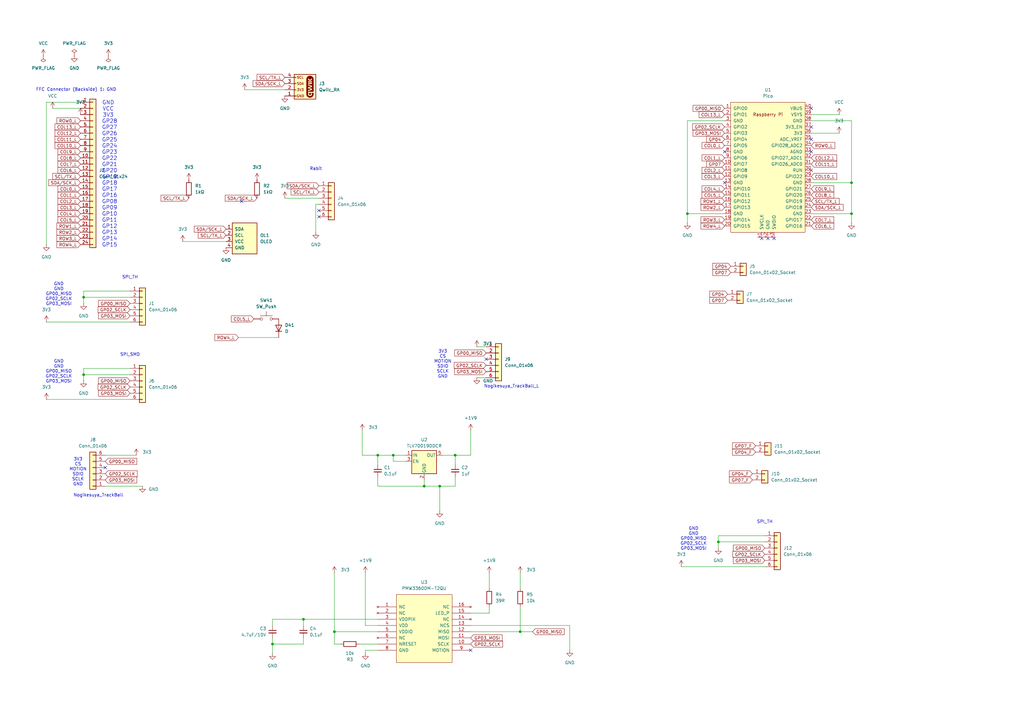
<source format=kicad_sch>
(kicad_sch (version 20250114) (generator "eeschema") (generator_version "9.0")
  (paper "A3")
  (lib_symbols
    (symbol "BrownSugar_KBD:OLED" (pin_names (offset 1.016))
      (property "Reference" "OL" (at 0 7.62 0))
      (property "Value" "OLED" (at 0 -7.62 0))
      (symbol "OLED_1_1"
        (pin bidirectional line (at -7.62 3.81 0) (length 2.54) (name "SDA") (number "1"))
        (pin bidirectional line (at -7.62 1.27 0) (length 2.54) (name "SCL") (number "2"))
        (pin power_in line (at -7.62 -1.27 0) (length 2.54) (name "VCC") (number "3"))
        (pin power_in line (at -7.62 -3.81 0) (length 2.54) (name "GND") (number "4"))
      )
    )
    (symbol "Connector_Generic:Conn_01x02" (pin_names (offset 1.016) (hide yes))
      (property "Reference" "J" (at 0 2.54 0))
      (property "Value" "Conn_01x02" (at 0 -5.08 0))
      (symbol "Conn_01x02_1_1"
        (pin passive line (at -5.08 0 0) (length 3.81) (name "Pin_1") (number "1"))
        (pin passive line (at -5.08 -2.54 0) (length 3.81) (name "Pin_2") (number "2"))
      )
    )
    (symbol "Connector_Generic:Conn_01x06" (pin_names (offset 1.016) (hide yes))
      (property "Reference" "J" (at 0 7.62 0))
      (property "Value" "Conn_01x06" (at 0 -10.16 0))
      (symbol "Conn_01x06_1_1"
        (pin passive line (at -5.08 5.08 0) (length 3.81) (name "Pin_1") (number "1"))
        (pin passive line (at -5.08 2.54 0) (length 3.81) (name "Pin_2") (number "2"))
        (pin passive line (at -5.08 0 0) (length 3.81) (name "Pin_3") (number "3"))
        (pin passive line (at -5.08 -2.54 0) (length 3.81) (name "Pin_4") (number "4"))
        (pin passive line (at -5.08 -5.08 0) (length 3.81) (name "Pin_5") (number "5"))
        (pin passive line (at -5.08 -7.62 0) (length 3.81) (name "Pin_6") (number "6"))
      )
    )
    (symbol "Connector_Generic:Conn_01x24" (pin_names (offset 1.016) (hide yes))
      (property "Reference" "J" (at 0 30.48 0))
      (property "Value" "Conn_01x24" (at 0 -33.02 0))
      (symbol "Conn_01x24_1_1"
        (pin passive line (at -5.08 27.94 0) (length 3.81) (name "Pin_1") (number "1"))
        (pin passive line (at -5.08 25.4 0) (length 3.81) (name "Pin_2") (number "2"))
        (pin passive line (at -5.08 22.86 0) (length 3.81) (name "Pin_3") (number "3"))
        (pin passive line (at -5.08 20.32 0) (length 3.81) (name "Pin_4") (number "4"))
        (pin passive line (at -5.08 17.78 0) (length 3.81) (name "Pin_5") (number "5"))
        (pin passive line (at -5.08 15.24 0) (length 3.81) (name "Pin_6") (number "6"))
        (pin passive line (at -5.08 12.7 0) (length 3.81) (name "Pin_7") (number "7"))
        (pin passive line (at -5.08 10.16 0) (length 3.81) (name "Pin_8") (number "8"))
        (pin passive line (at -5.08 7.62 0) (length 3.81) (name "Pin_9") (number "9"))
        (pin passive line (at -5.08 5.08 0) (length 3.81) (name "Pin_10") (number "10"))
        (pin passive line (at -5.08 2.54 0) (length 3.81) (name "Pin_11") (number "11"))
        (pin passive line (at -5.08 0 0) (length 3.81) (name "Pin_12") (number "12"))
        (pin passive line (at -5.08 -2.54 0) (length 3.81) (name "Pin_13") (number "13"))
        (pin passive line (at -5.08 -5.08 0) (length 3.81) (name "Pin_14") (number "14"))
        (pin passive line (at -5.08 -7.62 0) (length 3.81) (name "Pin_15") (number "15"))
        (pin passive line (at -5.08 -10.16 0) (length 3.81) (name "Pin_16") (number "16"))
        (pin passive line (at -5.08 -12.7 0) (length 3.81) (name "Pin_17") (number "17"))
        (pin passive line (at -5.08 -15.24 0) (length 3.81) (name "Pin_18") (number "18"))
        (pin passive line (at -5.08 -17.78 0) (length 3.81) (name "Pin_19") (number "19"))
        (pin passive line (at -5.08 -20.32 0) (length 3.81) (name "Pin_20") (number "20"))
        (pin passive line (at -5.08 -22.86 0) (length 3.81) (name "Pin_21") (number "21"))
        (pin passive line (at -5.08 -25.4 0) (length 3.81) (name "Pin_22") (number "22"))
        (pin passive line (at -5.08 -27.94 0) (length 3.81) (name "Pin_23") (number "23"))
        (pin passive line (at -5.08 -30.48 0) (length 3.81) (name "Pin_24") (number "24"))
      )
    )
    (symbol "Device:C_Small" (pin_numbers (hide yes)) (pin_names (offset 0.254) (hide yes))
      (property "Reference" "C" (at 0.254 1.778 0))
      (property "Value" "C_Small" (at 0.254 -2.032 0))
      (symbol "C_Small_1_1"
        (pin passive line (at 0 2.54 270) (length 2.032) (name "~") (number "1"))
        (pin passive line (at 0 -2.54 90) (length 2.032) (name "~") (number "2"))
      )
    )
    (symbol "Device:D" (pin_numbers (hide yes)) (pin_names (offset 1.016) (hide yes))
      (property "Reference" "D" (at 0 2.54 0))
      (property "Value" "D" (at 0 -2.54 0))
      (symbol "D_1_1"
        (pin passive line (at -3.81 0 0) (length 2.54) (name "K") (number "1"))
        (pin passive line (at 3.81 0 180) (length 2.54) (name "A") (number "2"))
      )
    )
    (symbol "Device:R" (pin_numbers (hide yes)) (pin_names (offset 0))
      (property "Reference" "R" (at 2.032 0 90))
      (property "Value" "R" (at 0 0 90))
      (symbol "R_1_1"
        (pin passive line (at 0 3.81 270) (length 1.27) (name "~") (number "1"))
        (pin passive line (at 0 -3.81 90) (length 1.27) (name "~") (number "2"))
      )
    )
    (symbol "RPi_Pico:Pico" (pin_names (offset 1.016))
      (property "Reference" "U" (at -13.97 27.94 0))
      (property "Value" "Pico" (at 0 19.05 0))
      (symbol "Pico_0_0"
        (text "Raspberry Pi" (at 0 21.59 0) (effects (font (size 1.27 1.27))))
      )
      (symbol "Pico_1_1"
        (pin bidirectional line (at -17.78 24.13 0) (length 2.54) (name "GPIO0") (number "1"))
        (pin bidirectional line (at -17.78 21.59 0) (length 2.54) (name "GPIO1") (number "2"))
        (pin power_in line (at -17.78 19.05 0) (length 2.54) (name "GND") (number "3"))
        (pin bidirectional line (at -17.78 16.51 0) (length 2.54) (name "GPIO2") (number "4"))
        (pin bidirectional line (at -17.78 13.97 0) (length 2.54) (name "GPIO3") (number "5"))
        (pin bidirectional line (at -17.78 11.43 0) (length 2.54) (name "GPIO4") (number "6"))
        (pin bidirectional line (at -17.78 8.89 0) (length 2.54) (name "GPIO5") (number "7"))
        (pin power_in line (at -17.78 6.35 0) (length 2.54) (name "GND") (number "8"))
        (pin bidirectional line (at -17.78 3.81 0) (length 2.54) (name "GPIO6") (number "9"))
        (pin bidirectional line (at -17.78 1.27 0) (length 2.54) (name "GPIO7") (number "10"))
        (pin bidirectional line (at -17.78 -1.27 0) (length 2.54) (name "GPIO8") (number "11"))
        (pin bidirectional line (at -17.78 -3.81 0) (length 2.54) (name "GPIO9") (number "12"))
        (pin power_in line (at -17.78 -6.35 0) (length 2.54) (name "GND") (number "13"))
        (pin bidirectional line (at -17.78 -8.89 0) (length 2.54) (name "GPIO10") (number "14"))
        (pin bidirectional line (at -17.78 -11.43 0) (length 2.54) (name "GPIO11") (number "15"))
        (pin bidirectional line (at -17.78 -13.97 0) (length 2.54) (name "GPIO12") (number "16"))
        (pin bidirectional line (at -17.78 -16.51 0) (length 2.54) (name "GPIO13") (number "17"))
        (pin power_in line (at -17.78 -19.05 0) (length 2.54) (name "GND") (number "18"))
        (pin bidirectional line (at -17.78 -21.59 0) (length 2.54) (name "GPIO14") (number "19"))
        (pin bidirectional line (at -17.78 -24.13 0) (length 2.54) (name "GPIO15") (number "20"))
        (pin input line (at -2.54 -29.21 90) (length 2.54) (name "SWCLK") (number "41"))
        (pin power_in line (at 0 -29.21 90) (length 2.54) (name "GND") (number "42"))
        (pin bidirectional line (at 2.54 -29.21 90) (length 2.54) (name "SWDIO") (number "43"))
        (pin unspecified line (at 17.78 24.13 180) (length 2.54) (name "VBUS") (number "40"))
        (pin unspecified line (at 17.78 21.59 180) (length 2.54) (name "VSYS") (number "39"))
        (pin bidirectional line (at 17.78 19.05 180) (length 2.54) (name "GND") (number "38"))
        (pin input line (at 17.78 16.51 180) (length 2.54) (name "3V3_EN") (number "37"))
        (pin unspecified line (at 17.78 13.97 180) (length 2.54) (name "3V3") (number "36"))
        (pin unspecified line (at 17.78 11.43 180) (length 2.54) (name "ADC_VREF") (number "35"))
        (pin bidirectional line (at 17.78 8.89 180) (length 2.54) (name "GPIO28_ADC2") (number "34"))
        (pin power_in line (at 17.78 6.35 180) (length 2.54) (name "AGND") (number "33"))
        (pin bidirectional line (at 17.78 3.81 180) (length 2.54) (name "GPIO27_ADC1") (number "32"))
        (pin bidirectional line (at 17.78 1.27 180) (length 2.54) (name "GPIO26_ADC0") (number "31"))
        (pin input line (at 17.78 -1.27 180) (length 2.54) (name "RUN") (number "30"))
        (pin bidirectional line (at 17.78 -3.81 180) (length 2.54) (name "GPIO22") (number "29"))
        (pin power_in line (at 17.78 -6.35 180) (length 2.54) (name "GND") (number "28"))
        (pin bidirectional line (at 17.78 -8.89 180) (length 2.54) (name "GPIO21") (number "27"))
        (pin bidirectional line (at 17.78 -11.43 180) (length 2.54) (name "GPIO20") (number "26"))
        (pin bidirectional line (at 17.78 -13.97 180) (length 2.54) (name "GPIO19") (number "25"))
        (pin bidirectional line (at 17.78 -16.51 180) (length 2.54) (name "GPIO18") (number "24"))
        (pin power_in line (at 17.78 -19.05 180) (length 2.54) (name "GND") (number "23"))
        (pin bidirectional line (at 17.78 -21.59 180) (length 2.54) (name "GPIO17") (number "22"))
        (pin bidirectional line (at 17.78 -24.13 180) (length 2.54) (name "GPIO16") (number "21"))
      )
    )
    (symbol "Regulator_Linear:TLV70019_SOT23-5" (pin_names (offset 0.254))
      (property "Reference" "U" (at -3.81 5.715 0))
      (property "Value" "TLV70019_SOT23-5" (at 0 5.715 0))
      (symbol "TLV70019_SOT23-5_1_1"
        (pin power_in line (at -7.62 2.54 0) (length 2.54) (name "IN") (number "1"))
        (pin input line (at -7.62 0 0) (length 2.54) (name "EN") (number "3"))
        (pin power_in line (at 0 -7.62 90) (length 2.54) (name "GND") (number "2"))
        (pin no_connect line (at 5.08 0 180) (length 2.54) (hide yes) (name "NC") (number "4"))
        (pin power_out line (at 7.62 2.54 180) (length 2.54) (name "OUT") (number "5"))
      )
    )
    (symbol "SparkFun-Connector:Qwiic_Right_Angle" (pin_names (offset 1.016) (hide yes))
      (property "Reference" "J" (at 0 5.08 0))
      (property "Value" "Qwiic_RA" (at 0 -7.62 0))
      (symbol "Qwiic_Right_Angle_1_1"
        (text "SCL" (at 1.27 2.54 0) (effects (font (size 1 1))))
        (text "SDA" (at 1.27 0 0) (effects (font (size 1 1))))
        (text "3V3" (at 1.27 -2.54 0) (effects (font (size 1 1))))
        (text "GND" (at 1.27 -5.08 0) (effects (font (size 1 1))))
        (pin passive line (at -5.08 2.54 0) (length 3.81) (name "Pin_4") (number "4"))
        (pin passive line (at -5.08 0 0) (length 3.81) (name "Pin_3") (number "3"))
        (pin passive line (at -5.08 -2.54 0) (length 3.81) (name "Pin_2") (number "2"))
        (pin passive line (at -5.08 -5.08 0) (length 3.81) (name "Pin_1") (number "1"))
        (pin no_connect line (at 5.08 3.81 270) (length 2.54) (hide yes) (name "NC") (number "NC1"))
        (pin no_connect line (at 6.35 3.81 270) (length 2.54) (hide yes) (name "NC") (number "NC2"))
      )
    )
    (symbol "Switch:SW_Push" (pin_numbers (hide yes)) (pin_names (offset 1.016) (hide yes))
      (property "Reference" "SW" (at 1.27 2.54 0))
      (property "Value" "SW_Push" (at 0 -1.524 0))
      (symbol "SW_Push_0_1"
        (pin passive line (at -5.08 0 0) (length 2.54) (name "1") (number "1"))
        (pin passive line (at 5.08 0 180) (length 2.54) (name "2") (number "2"))
      )
    )
    (symbol "power:+1V8" (power) (pin_numbers (hide yes)) (pin_names (offset 0) (hide yes))
      (property "Value" "+1V8" (at 0 3.556 0))
      (symbol "+1V8_1_1"
        (pin power_in line (at 0 0 90) (length 0) (name "~") (number "1"))
      )
    )
    (symbol "power:+3.3V" (power) (pin_numbers (hide yes)) (pin_names (offset 0) (hide yes))
      (property "Value" "+3.3V" (at 0 3.556 0))
      (symbol "+3.3V_1_1"
        (pin power_in line (at 0 0 90) (length 0) (name "~") (number "1"))
      )
    )
    (symbol "power:GND" (power) (pin_numbers (hide yes)) (pin_names (offset 0) (hide yes))
      (property "Value" "GND" (at 0 -3.81 0))
      (symbol "GND_1_1"
        (pin power_in line (at 0 0 270) (length 0) (name "~") (number "1"))
      )
    )
    (symbol "power:PWR_FLAG" (power) (pin_numbers (hide yes)) (pin_names (offset 0) (hide yes))
      (property "Value" "PWR_FLAG" (at 0 3.81 0))
      (symbol "PWR_FLAG_0_0"
        (pin power_out line (at 0 0 90) (length 0) (name "~") (number "1"))
      )
    )
    (symbol "power:VCC" (power) (pin_numbers (hide yes)) (pin_names (offset 0) (hide yes))
      (property "Value" "VCC" (at 0 3.556 0))
      (symbol "VCC_1_1"
        (pin power_in line (at 0 0 90) (length 0) (name "~") (number "1"))
      )
    )
    (symbol "sumi-symbols:PMW3360DM-T2QU" (pin_names (offset 1.016))
      (property "Reference" "U" (at -10.668 15.24 0))
      (property "Value" "PMW3360DM-T2QU" (at 0 -16.764 0))
      (symbol "PMW3360DM-T2QU_1_1"
        (pin no_connect line (at -19.05 8.89 0) (length 7.62) (name "NC") (number "1"))
        (pin no_connect line (at -19.05 6.35 0) (length 7.62) (name "NC") (number "2"))
        (pin power_out line (at -19.05 3.81 0) (length 7.62) (name "VDDPIX") (number "3"))
        (pin power_in line (at -19.05 1.27 0) (length 7.62) (name "VDD") (number "4"))
        (pin power_in line (at -19.05 -1.27 0) (length 7.62) (name "VDDIO") (number "5"))
        (pin no_connect line (at -19.05 -3.81 0) (length 7.62) (name "NC") (number "6"))
        (pin input line (at -19.05 -6.35 0) (length 7.62) (name "NRESET") (number "7"))
        (pin input line (at -19.05 -8.89 0) (length 7.62) (name "GND") (number "8"))
        (pin no_connect line (at 19.05 8.89 180) (length 7.62) (name "NC") (number "16"))
        (pin input line (at 19.05 6.35 180) (length 7.62) (name "LED_P") (number "15"))
        (pin no_connect line (at 19.05 3.81 180) (length 7.62) (name "NC") (number "14"))
        (pin input line (at 19.05 1.27 180) (length 7.62) (name "NCS") (number "13"))
        (pin output line (at 19.05 -1.27 180) (length 7.62) (name "MISO") (number "12"))
        (pin input line (at 19.05 -3.81 180) (length 7.62) (name "MOSI") (number "11"))
        (pin input line (at 19.05 -6.35 180) (length 7.62) (name "SCLK") (number "10"))
        (pin output line (at 19.05 -8.89 180) (length 7.62) (name "MOTION") (number "9"))
      )
    )
  )
  (text "SPI_TH" (at 313.69 214.122 0) (effects (font (size 1.27 1.27))))
  (text "SPI_SMD" (at 53.34 145.542 0) (effects (font (size 1.27 1.27))))
  (text "GND\nGND\nGP00_MISO\nGP02_SCLK\nGP03_MOSI" (at 24.13 120.65 0) (effects (font (size 1.27 1.27))))
  (text "Rabit" (at 129.54 69.342 0) (effects (font (size 1.27 1.27))))
  (text "SPI_TH" (at 53.34 113.792 0) (effects (font (size 1.27 1.27))))
  (text "Nogikesuya_TrackBall_L" (at 209.804 158.496 0) (effects (font (size 1.27 1.27))))
  (text "Nogikesuya_TrackBall\n" (at 40.386 203.2 0) (effects (font (size 1.27 1.27))))
  (text "3V3\nCS\nMOTION\nSDIO\nSCLK\nGND" (at 32.004 193.548 0) (effects (font (size 1.27 1.27))))
  (text "FFC Connector (Backside) １: GND" (at 31.242 36.83 0) (effects (font (size 1.27 1.27))))
  (text "3V3\nCS\nMOTION\nSDIO\nSCLK\nGND" (at 181.61 149.352 0) (effects (font (size 1.27 1.27))))
  (text "GND\nGND\nGP00_MISO\nGP02_SCLK\nGP03_MOSI" (at 24.13 152.4 0) (effects (font (size 1.27 1.27))))
  (text "GND                                                                                 \nVCC                                                                                 \n3V3                                                                                 \nGP28                                                                                \nGP27                                                                                \nGP26                                                                                \nGP25                                                                                \nGP24                                                                                \nGP23                                                                                \nGP22                                                                                \nGP21                                                                                \nGP20                                                                                \nGP19                                                                                \nGP18                                                                                \nGP17                                                                                \nGP16                                                                                \nGP08                                                                                \nGP09                                                                                \nGP10                                                                                \nGP11                                                                                \nGP12                                                                                \nGP13                                                                                \nGP14                                                                                \nGP15                                                                                \n" (at 92.964 71.374 0) (effects (font (size 1.5748 1.5748))))
  (text "GND\nGND\nGP00_MISO\nGP02_SCLK\nGP03_MOSI" (at 284.48 220.98 0) (effects (font (size 1.27 1.27))))
  (junction (at 294.64 222.25))
  (junction (at 186.69 186.69))
  (junction (at 137.16 259.08))
  (junction (at 349.25 74.93))
  (junction (at 173.99 199.39))
  (junction (at 34.29 121.92))
  (junction (at 349.25 87.63))
  (junction (at 111.76 264.16))
  (junction (at 180.34 199.39))
  (junction (at 281.94 87.63))
  (junction (at 161.29 186.69))
  (junction (at 154.94 186.69))
  (junction (at 34.29 153.67))
  (junction (at 213.36 259.08))
  (junction (at 124.46 254))
  (no_connect (at 317.5 97.79))
  (no_connect (at 199.39 147.32))
  (no_connect (at 99.06 82.55))
  (no_connect (at 332.74 69.85))
  (no_connect (at 332.74 44.45))
  (no_connect (at 193.04 266.7))
  (no_connect (at 297.18 62.23))
  (no_connect (at 130.81 86.36))
  (no_connect (at 43.18 191.77))
  (no_connect (at 297.18 74.93))
  (no_connect (at 332.74 52.07))
  (no_connect (at 314.96 97.79))
  (no_connect (at 312.42 97.79))
  (no_connect (at 130.81 88.9))
  (no_connect (at 332.74 62.23))
  (no_connect (at 332.74 57.15))
  (wire (pts (xy 186.69 195.58) (xy 186.69 199.39)))
  (wire (pts (xy 181.61 186.69) (xy 186.69 186.69)))
  (wire (pts (xy 161.29 189.23) (xy 161.29 186.69)))
  (wire (pts (xy 297.18 49.53) (xy 281.94 49.53)))
  (wire (pts (xy 34.29 151.13) (xy 34.29 153.67)))
  (wire (pts (xy 19.05 132.08) (xy 53.34 132.08)))
  (wire (pts (xy 34.29 153.67) (xy 53.34 153.67)))
  (wire (pts (xy 173.99 199.39) (xy 180.34 199.39)))
  (wire (pts (xy 154.94 199.39) (xy 173.99 199.39)))
  (wire (pts (xy 233.68 256.54) (xy 193.04 256.54)))
  (wire (pts (xy 349.25 49.53) (xy 349.25 74.93)))
  (wire (pts (xy 332.74 87.63) (xy 349.25 87.63)))
  (wire (pts (xy 166.37 186.69) (xy 161.29 186.69)))
  (wire (pts (xy 180.34 199.39) (xy 180.34 209.55)))
  (wire (pts (xy 116.84 81.28) (xy 130.81 81.28)))
  (wire (pts (xy 213.36 248.92) (xy 213.36 259.08)))
  (wire (pts (xy 124.46 254) (xy 124.46 256.54)))
  (wire (pts (xy 161.29 186.69) (xy 154.94 186.69)))
  (wire (pts (xy 313.69 219.71) (xy 294.64 219.71)))
  (wire (pts (xy 349.25 91.44) (xy 349.25 87.63)))
  (wire (pts (xy 344.17 54.61) (xy 332.74 54.61)))
  (wire (pts (xy 213.36 259.08) (xy 193.04 259.08)))
  (wire (pts (xy 149.86 266.7) (xy 149.86 267.97)))
  (wire (pts (xy 148.59 186.69) (xy 148.59 176.53)))
  (wire (pts (xy 294.64 222.25) (xy 294.64 224.79)))
  (wire (pts (xy 186.69 199.39) (xy 180.34 199.39)))
  (wire (pts (xy 213.36 234.95) (xy 213.36 241.3)))
  (wire (pts (xy 193.04 251.46) (xy 200.66 251.46)))
  (wire (pts (xy 281.94 87.63) (xy 297.18 87.63)))
  (wire (pts (xy 34.29 153.67) (xy 34.29 156.21)))
  (wire (pts (xy 349.25 74.93) (xy 349.25 87.63)))
  (wire (pts (xy 139.7 264.16) (xy 137.16 264.16)))
  (wire (pts (xy 154.94 186.69) (xy 148.59 186.69)))
  (wire (pts (xy 137.16 259.08) (xy 154.94 259.08)))
  (wire (pts (xy 97.79 138.43) (xy 114.3 138.43)))
  (wire (pts (xy 124.46 254) (xy 154.94 254)))
  (wire (pts (xy 34.29 119.38) (xy 34.29 121.92)))
  (wire (pts (xy 19.05 41.91) (xy 19.05 100.33)))
  (wire (pts (xy 166.37 189.23) (xy 161.29 189.23)))
  (wire (pts (xy 137.16 264.16) (xy 137.16 259.08)))
  (wire (pts (xy 294.64 222.25) (xy 313.69 222.25)))
  (wire (pts (xy 332.74 49.53) (xy 349.25 49.53)))
  (wire (pts (xy 149.86 234.95) (xy 149.86 256.54)))
  (wire (pts (xy 281.94 49.53) (xy 281.94 87.63)))
  (wire (pts (xy 34.29 121.92) (xy 53.34 121.92)))
  (wire (pts (xy 186.69 186.69) (xy 193.04 186.69)))
  (wire (pts (xy 100.33 36.83) (xy 116.84 36.83)))
  (wire (pts (xy 149.86 256.54) (xy 154.94 256.54)))
  (wire (pts (xy 74.93 99.06) (xy 92.71 99.06)))
  (wire (pts (xy 199.39 142.24) (xy 195.58 142.24)))
  (wire (pts (xy 281.94 87.63) (xy 281.94 91.44)))
  (wire (pts (xy 111.76 264.16) (xy 111.76 267.97)))
  (wire (pts (xy 124.46 264.16) (xy 111.76 264.16)))
  (wire (pts (xy 124.46 261.62) (xy 124.46 264.16)))
  (wire (pts (xy 213.36 259.08) (xy 218.44 259.08)))
  (wire (pts (xy 58.42 199.39) (xy 43.18 199.39)))
  (wire (pts (xy 154.94 186.69) (xy 154.94 190.5)))
  (wire (pts (xy 21.59 44.45) (xy 33.02 44.45)))
  (wire (pts (xy 200.66 251.46) (xy 200.66 248.92)))
  (wire (pts (xy 294.64 219.71) (xy 294.64 222.25)))
  (wire (pts (xy 200.66 234.95) (xy 200.66 241.3)))
  (wire (pts (xy 279.4 232.41) (xy 313.69 232.41)))
  (wire (pts (xy 195.58 154.94) (xy 199.39 154.94)))
  (wire (pts (xy 173.99 199.39) (xy 173.99 196.85)))
  (wire (pts (xy 129.54 83.82) (xy 130.81 83.82)))
  (wire (pts (xy 154.94 195.58) (xy 154.94 199.39)))
  (wire (pts (xy 186.69 186.69) (xy 186.69 190.5)))
  (wire (pts (xy 129.54 95.25) (xy 129.54 83.82)))
  (wire (pts (xy 154.94 266.7) (xy 149.86 266.7)))
  (wire (pts (xy 344.17 46.99) (xy 332.74 46.99)))
  (wire (pts (xy 111.76 254) (xy 111.76 256.54)))
  (wire (pts (xy 137.16 234.95) (xy 137.16 259.08)))
  (wire (pts (xy 193.04 186.69) (xy 193.04 176.53)))
  (wire (pts (xy 332.74 74.93) (xy 349.25 74.93)))
  (wire (pts (xy 34.29 121.92) (xy 34.29 124.46)))
  (wire (pts (xy 147.32 264.16) (xy 154.94 264.16)))
  (wire (pts (xy 233.68 266.7) (xy 233.68 256.54)))
  (wire (pts (xy 43.18 186.69) (xy 55.88 186.69)))
  (wire (pts (xy 19.05 163.83) (xy 53.34 163.83)))
  (wire (pts (xy 53.34 151.13) (xy 34.29 151.13)))
  (wire (pts (xy 33.02 41.91) (xy 19.05 41.91)))
  (wire (pts (xy 53.34 119.38) (xy 34.29 119.38)))
  (wire (pts (xy 111.76 261.62) (xy 111.76 264.16)))
  (wire (pts (xy 124.46 254) (xy 111.76 254)))
  (global_label "COL7_L" (shape input) (at 332.74 90.17 0) (property "Intersheetrefs" "${INTERSHEET_REFS}" (effects (hide yes))))
  (global_label "SCL{slash}TX_L" (shape input) (at 332.74 82.55 0) (property "Intersheetrefs" "${INTERSHEET_REFS}" (effects (hide yes))))
  (global_label "GP02_SCLK" (shape input) (at 193.04 264.16 0) (property "Intersheetrefs" "${INTERSHEET_REFS}" (effects (hide yes))))
  (global_label "COL1_L" (shape input) (at 297.18 64.77 180) (property "Intersheetrefs" "${INTERSHEET_REFS}" (effects (hide yes))))
  (global_label "GP04_F" (shape input) (at 308.61 194.31 180) (property "Intersheetrefs" "${INTERSHEET_REFS}" (effects (hide yes))))
  (global_label "ROW4_L" (shape input) (at 33.02 100.33 180) (property "Intersheetrefs" "${INTERSHEET_REFS}" (effects (hide yes))))
  (global_label "COL11_L" (shape input) (at 33.02 57.15 180) (property "Intersheetrefs" "${INTERSHEET_REFS}" (effects (hide yes))))
  (global_label "GP02_SCLK" (shape input) (at 297.18 52.07 180) (property "Intersheetrefs" "${INTERSHEET_REFS}" (effects (hide yes))))
  (global_label "GP03_MOSI" (shape input) (at 199.39 152.4 180) (property "Intersheetrefs" "${INTERSHEET_REFS}" (effects (hide yes))))
  (global_label "GP00_MISO" (shape input) (at 218.44 259.08 0) (property "Intersheetrefs" "${INTERSHEET_REFS}" (effects (hide yes))))
  (global_label "COL5_L" (shape input) (at 297.18 80.01 180) (property "Intersheetrefs" "${INTERSHEET_REFS}" (effects (hide yes))))
  (global_label "COL2_L" (shape input) (at 297.18 69.85 180) (property "Intersheetrefs" "${INTERSHEET_REFS}" (effects (hide yes))))
  (global_label "SCL{slash}TX_L" (shape input) (at 33.02 72.39 180) (property "Intersheetrefs" "${INTERSHEET_REFS}" (effects (hide yes))))
  (global_label "GP04" (shape input) (at 297.18 57.15 180) (property "Intersheetrefs" "${INTERSHEET_REFS}" (effects (hide yes))))
  (global_label "ROW0_L" (shape input) (at 332.74 59.69 0) (property "Intersheetrefs" "${INTERSHEET_REFS}" (effects (hide yes))))
  (global_label "ROW3_L" (shape input) (at 33.02 97.79 180) (property "Intersheetrefs" "${INTERSHEET_REFS}" (effects (hide yes))))
  (global_label "COL5_L" (shape input) (at 33.02 90.17 180) (property "Intersheetrefs" "${INTERSHEET_REFS}" (effects (hide yes))))
  (global_label "COL11_L" (shape input) (at 332.74 67.31 0) (property "Intersheetrefs" "${INTERSHEET_REFS}" (effects (hide yes))))
  (global_label "COL12_L" (shape input) (at 33.02 54.61 180) (property "Intersheetrefs" "${INTERSHEET_REFS}" (effects (hide yes))))
  (global_label "GP03_MOSI" (shape input) (at 43.18 196.85 0) (property "Intersheetrefs" "${INTERSHEET_REFS}" (effects (hide yes))))
  (global_label "COL1_L" (shape input) (at 33.02 80.01 180) (property "Intersheetrefs" "${INTERSHEET_REFS}" (effects (hide yes))))
  (global_label "SCL{slash}TX_L" (shape input) (at 77.47 81.28 180) (property "Intersheetrefs" "${INTERSHEET_REFS}" (effects (hide yes))))
  (global_label "COL3_L" (shape input) (at 33.02 85.09 180) (property "Intersheetrefs" "${INTERSHEET_REFS}" (effects (hide yes))))
  (global_label "ROW4_L" (shape input) (at 97.79 138.43 180) (property "Intersheetrefs" "${INTERSHEET_REFS}" (effects (hide yes))))
  (global_label "COL12_L" (shape input) (at 332.74 64.77 0) (property "Intersheetrefs" "${INTERSHEET_REFS}" (effects (hide yes))))
  (global_label "SDA{slash}SCK_L" (shape input) (at 33.02 74.93 180) (property "Intersheetrefs" "${INTERSHEET_REFS}" (effects (hide yes))))
  (global_label "COL2_L" (shape input) (at 33.02 82.55 180) (property "Intersheetrefs" "${INTERSHEET_REFS}" (effects (hide yes))))
  (global_label "ROW2_L" (shape input) (at 33.02 95.25 180) (property "Intersheetrefs" "${INTERSHEET_REFS}" (effects (hide yes))))
  (global_label "GP04" (shape input) (at 299.72 109.22 180) (property "Intersheetrefs" "${INTERSHEET_REFS}" (effects (hide yes))))
  (global_label "GP00_MISO" (shape input) (at 199.39 144.78 180) (property "Intersheetrefs" "${INTERSHEET_REFS}" (effects (hide yes))))
  (global_label "COL0_L" (shape input) (at 33.02 77.47 180) (property "Intersheetrefs" "${INTERSHEET_REFS}" (effects (hide yes))))
  (global_label "GP07" (shape input) (at 297.18 67.31 180) (property "Intersheetrefs" "${INTERSHEET_REFS}" (effects (hide yes))))
  (global_label "ROW1_L" (shape input) (at 33.02 92.71 180) (property "Intersheetrefs" "${INTERSHEET_REFS}" (effects (hide yes))))
  (global_label "COL8_L" (shape input) (at 33.02 64.77 180) (property "Intersheetrefs" "${INTERSHEET_REFS}" (effects (hide yes))))
  (global_label "COL4_L" (shape input) (at 297.18 77.47 180) (property "Intersheetrefs" "${INTERSHEET_REFS}" (effects (hide yes))))
  (global_label "GP00_MISO" (shape input) (at 43.18 189.23 0) (property "Intersheetrefs" "${INTERSHEET_REFS}" (effects (hide yes))))
  (global_label "SDA{slash}SCK_L" (shape input) (at 116.84 34.29 180) (property "Intersheetrefs" "${INTERSHEET_REFS}" (effects (hide yes))))
  (global_label "GP00_MISO" (shape input) (at 297.18 44.45 180) (property "Intersheetrefs" "${INTERSHEET_REFS}" (effects (hide yes))))
  (global_label "COL3_L" (shape input) (at 297.18 72.39 180) (property "Intersheetrefs" "${INTERSHEET_REFS}" (effects (hide yes))))
  (global_label "GP03_MOSI" (shape input) (at 193.04 261.62 0) (property "Intersheetrefs" "${INTERSHEET_REFS}" (effects (hide yes))))
  (global_label "COL5_L" (shape input) (at 104.14 130.81 180) (property "Intersheetrefs" "${INTERSHEET_REFS}" (effects (hide yes))))
  (global_label "GP03_MOSI" (shape input) (at 313.69 229.87 180) (property "Intersheetrefs" "${INTERSHEET_REFS}" (effects (hide yes))))
  (global_label "COL13_L" (shape input) (at 33.02 52.07 180) (property "Intersheetrefs" "${INTERSHEET_REFS}" (effects (hide yes))))
  (global_label "GP02_SCLK" (shape input) (at 53.34 158.75 180) (property "Intersheetrefs" "${INTERSHEET_REFS}" (effects (hide yes))))
  (global_label "GP02_SCLK" (shape input) (at 43.18 194.31 0) (property "Intersheetrefs" "${INTERSHEET_REFS}" (effects (hide yes))))
  (global_label "COL8_L" (shape input) (at 332.74 80.01 0) (property "Intersheetrefs" "${INTERSHEET_REFS}" (effects (hide yes))))
  (global_label "GP03_MOSI" (shape input) (at 53.34 129.54 180) (property "Intersheetrefs" "${INTERSHEET_REFS}" (effects (hide yes))))
  (global_label "SCL{slash}TX_L" (shape input) (at 92.71 96.52 180) (property "Intersheetrefs" "${INTERSHEET_REFS}" (effects (hide yes))))
  (global_label "ROW0_L" (shape input) (at 33.02 49.53 180) (property "Intersheetrefs" "${INTERSHEET_REFS}" (effects (hide yes))))
  (global_label "GP04" (shape input) (at 298.45 120.65 180) (property "Intersheetrefs" "${INTERSHEET_REFS}" (effects (hide yes))))
  (global_label "COL10_L" (shape input) (at 332.74 72.39 0) (property "Intersheetrefs" "${INTERSHEET_REFS}" (effects (hide yes))))
  (global_label "GP02_SCLK" (shape input) (at 313.69 227.33 180) (property "Intersheetrefs" "${INTERSHEET_REFS}" (effects (hide yes))))
  (global_label "GP07_F" (shape input) (at 308.61 196.85 180) (property "Intersheetrefs" "${INTERSHEET_REFS}" (effects (hide yes))))
  (global_label "GP07" (shape input) (at 298.45 123.19 180) (property "Intersheetrefs" "${INTERSHEET_REFS}" (effects (hide yes))))
  (global_label "GP04_F" (shape input) (at 309.88 185.42 180) (property "Intersheetrefs" "${INTERSHEET_REFS}" (effects (hide yes))))
  (global_label "ROW2_L" (shape input) (at 297.18 85.09 180) (property "Intersheetrefs" "${INTERSHEET_REFS}" (effects (hide yes))))
  (global_label "COL7_L" (shape input) (at 33.02 67.31 180) (property "Intersheetrefs" "${INTERSHEET_REFS}" (effects (hide yes))))
  (global_label "GP07" (shape input) (at 299.72 111.76 180) (property "Intersheetrefs" "${INTERSHEET_REFS}" (effects (hide yes))))
  (global_label "COL6_L" (shape input) (at 332.74 92.71 0) (property "Intersheetrefs" "${INTERSHEET_REFS}" (effects (hide yes))))
  (global_label "COL4_L" (shape input) (at 33.02 87.63 180) (property "Intersheetrefs" "${INTERSHEET_REFS}" (effects (hide yes))))
  (global_label "GP03_MOSI" (shape input) (at 297.18 54.61 180) (property "Intersheetrefs" "${INTERSHEET_REFS}" (effects (hide yes))))
  (global_label "COL0_L" (shape input) (at 297.18 59.69 180) (property "Intersheetrefs" "${INTERSHEET_REFS}" (effects (hide yes))))
  (global_label "GP07_F" (shape input) (at 309.88 182.88 180) (property "Intersheetrefs" "${INTERSHEET_REFS}" (effects (hide yes))))
  (global_label "GP02_SCLK" (shape input) (at 53.34 127 180) (property "Intersheetrefs" "${INTERSHEET_REFS}" (effects (hide yes))))
  (global_label "SDA{slash}SCK_L" (shape input) (at 92.71 93.98 180) (property "Intersheetrefs" "${INTERSHEET_REFS}" (effects (hide yes))))
  (global_label "COL10_L" (shape input) (at 33.02 59.69 180) (property "Intersheetrefs" "${INTERSHEET_REFS}" (effects (hide yes))))
  (global_label "SDA{slash}SCK_L" (shape input) (at 130.81 76.2 180) (property "Intersheetrefs" "${INTERSHEET_REFS}" (effects (hide yes))))
  (global_label "SCL{slash}TX_L" (shape input) (at 116.84 31.75 180) (property "Intersheetrefs" "${INTERSHEET_REFS}" (effects (hide yes))))
  (global_label "COL9_L" (shape input) (at 33.02 62.23 180) (property "Intersheetrefs" "${INTERSHEET_REFS}" (effects (hide yes))))
  (global_label "ROW3_L" (shape input) (at 297.18 90.17 180) (property "Intersheetrefs" "${INTERSHEET_REFS}" (effects (hide yes))))
  (global_label "GP00_MISO" (shape input) (at 313.69 224.79 180) (property "Intersheetrefs" "${INTERSHEET_REFS}" (effects (hide yes))))
  (global_label "GP03_MOSI" (shape input) (at 53.34 161.29 180) (property "Intersheetrefs" "${INTERSHEET_REFS}" (effects (hide yes))))
  (global_label "SDA{slash}SCK_L" (shape input) (at 332.74 85.09 0) (property "Intersheetrefs" "${INTERSHEET_REFS}" (effects (hide yes))))
  (global_label "COL13_L" (shape input) (at 297.18 46.99 180) (property "Intersheetrefs" "${INTERSHEET_REFS}" (effects (hide yes))))
  (global_label "COL9_L" (shape input) (at 332.74 77.47 0) (property "Intersheetrefs" "${INTERSHEET_REFS}" (effects (hide yes))))
  (global_label "GP00_MISO" (shape input) (at 53.34 156.21 180) (property "Intersheetrefs" "${INTERSHEET_REFS}" (effects (hide yes))))
  (global_label "GP02_SCLK" (shape input) (at 199.39 149.86 180) (property "Intersheetrefs" "${INTERSHEET_REFS}" (effects (hide yes))))
  (global_label "ROW1_L" (shape input) (at 297.18 82.55 180) (property "Intersheetrefs" "${INTERSHEET_REFS}" (effects (hide yes))))
  (global_label "GP00_MISO" (shape input) (at 53.34 124.46 180) (property "Intersheetrefs" "${INTERSHEET_REFS}" (effects (hide yes))))
  (global_label "SDA{slash}SCK_L" (shape input) (at 105.41 81.28 180) (property "Intersheetrefs" "${INTERSHEET_REFS}" (effects (hide yes))))
  (global_label "SCL{slash}TX_L" (shape input) (at 130.81 78.74 180) (property "Intersheetrefs" "${INTERSHEET_REFS}" (effects (hide yes))))
  (global_label "ROW4_L" (shape input) (at 297.18 92.71 180) (property "Intersheetrefs" "${INTERSHEET_REFS}" (effects (hide yes))))
  (global_label "COL6_L" (shape input) (at 33.02 69.85 180) (property "Intersheetrefs" "${INTERSHEET_REFS}" (effects (hide yes))))
  (symbol (lib_id "power:GND") (at 349.25 91.44 0) (unit 1)
    (property "Reference" "#PWR010" (effects (hide yes)))
    (property "Value" "GND" (at 349.25 96.52 0))
    (property "Description" "Power symbol creates a global label with name \"GND\" , ground" (effects (hide yes)))
  )
  (symbol (lib_id "Connector_Generic:Conn_01x02") (at 313.69 194.31 0) (unit 1)
    (property "Reference" "J10" (at 316.23 194.3099 0) (effects (justify left)))
    (property "Value" "Conn_01x02_Socket" (at 316.23 196.8499 0) (effects (justify left)))
    (property "Footprint" "Connector_PinHeader_2.54mm:PinHeader_1x02_P2.54mm_Horizontal" (effects (hide yes)))
    (property "Description" "Generic connector, single row, 01x02, script generated (kicad-library-utils/schlib/autogen/connector/)" (effects (hide yes)))
  )
  (symbol (lib_id "Device:C_Small") (at 186.69 193.04 0) (unit 1)
    (property "Reference" "C2" (at 189.23 191.7762 0) (effects (justify left)))
    (property "Value" "1uF" (at 189.23 194.3162 0) (effects (justify left)))
    (property "Footprint" "Capacitor_SMD:C_0805_2012Metric_Pad1.18x1.45mm_HandSolder" (effects (hide yes)))
    (property "Datasheet" "https://www.zaikostore.com/zaikostore/stockDetail?stockID=st42106229" (effects (hide yes)))
    (property "Description" "Unpolarized capacitor, small symbol" (effects (hide yes)))
  )
  (symbol (lib_id "power:GND") (at 116.84 39.37 0) (unit 1)
    (property "Reference" "#PWR07" (effects (hide yes)))
    (property "Value" "GND" (at 116.84 44.45 0))
    (property "Description" "Power symbol creates a global label with name \"GND\" , ground" (effects (hide yes)))
  )
  (symbol (lib_id "power:GND") (at 92.71 101.6 0) (unit 1)
    (property "Reference" "#PWR011" (effects (hide yes)))
    (property "Value" "GND" (at 92.71 106.68 0))
    (property "Description" "Power symbol creates a global label with name \"GND\" , ground" (effects (hide yes)))
  )
  (symbol (lib_id "power:+3.3V") (at 148.59 176.53 0) (unit 1)
    (property "Reference" "#PWR024" (effects (hide yes)))
    (property "Value" "3V3" (at 151.13 175.2599 0) (effects (justify left)))
    (property "Description" "Power symbol creates a global label with name \"+3.3V\"" (effects (hide yes)))
  )
  (symbol (lib_id "power:GND") (at 281.94 91.44 0) (unit 1)
    (property "Reference" "#PWR021" (effects (hide yes)))
    (property "Value" "GND" (at 281.94 96.52 0))
    (property "Description" "Power symbol creates a global label with name \"GND\" , ground" (effects (hide yes)))
  )
  (symbol (lib_id "power:GND") (at 111.76 267.97 0) (unit 1)
    (property "Reference" "#PWR038" (effects (hide yes)))
    (property "Value" "GND" (at 111.76 273.05 0))
    (property "Description" "Power symbol creates a global label with name \"GND\" , ground" (effects (hide yes)))
  )
  (symbol (lib_id "Device:C_Small") (at 124.46 259.08 0) (unit 1)
    (property "Reference" "C4" (at 127 257.8162 0) (effects (justify left)))
    (property "Value" "0.1uF" (at 127 260.3562 0) (effects (justify left)))
    (property "Footprint" "Capacitor_SMD:C_0805_2012Metric_Pad1.18x1.45mm_HandSolder" (effects (hide yes)))
    (property "Datasheet" "https://www.zaikostore.com/zaikostore/stockDetail?stockID=st63743536" (effects (hide yes)))
    (property "Description" "Unpolarized capacitor, small symbol" (effects (hide yes)))
  )
  (symbol (lib_id "Connector_Generic:Conn_01x02") (at 303.53 120.65 0) (unit 1)
    (property "Reference" "J7" (at 306.07 120.6499 0) (effects (justify left)))
    (property "Value" "Conn_01x02_Socket" (at 306.07 123.1899 0) (effects (justify left)))
    (property "Footprint" "Connector_PinHeader_2.54mm:PinHeader_1x02_P2.54mm_Horizontal" (effects (hide yes)))
    (property "Description" "Generic connector, single row, 01x02, script generated (kicad-library-utils/schlib/autogen/connector/)" (effects (hide yes)))
  )
  (symbol (lib_id "SparkFun-Connector:Qwiic_Right_Angle") (at 121.92 34.29 0) (unit 1)
    (property "Reference" "J3" (at 130.81 34.2899 0) (effects (justify left)))
    (property "Value" "Qwiic_RA" (at 130.81 36.8299 0) (effects (justify left)))
    (property "Footprint" "SparkFun-Connector:JST_SMD_1.0mm-4_Black" (effects (hide yes)))
    (property "Datasheet" "https://www.jst-mfg.com/product/pdf/eng/eSH.pdf" (effects (hide yes)))
    (property "Description" "4 pin JST 1mm polarized connector for I2C" (effects (hide yes)))
    (property "PROD_ID" "CONN-13694" (effects (hide yes)))
  )
  (symbol (lib_id "Connector_Generic:Conn_01x06") (at 38.1 194.31 180) (unit 1)
    (property "Reference" "J8" (at 38.1 180.34 0))
    (property "Value" "Conn_01x06" (at 38.1 182.88 0))
    (property "Footprint" "Connector_FFC-FPC:Hirose_FH12-6S-0.5SH_1x06-1MP_P0.50mm_Horizontal" (effects (hide yes)))
    (property "Description" "Generic connector, single row, 01x06, script generated (kicad-library-utils/schlib/autogen/connector/)" (effects (hide yes)))
  )
  (symbol (lib_id "power:VCC") (at 100.33 36.83 0) (unit 1)
    (property "Reference" "#PWR018" (effects (hide yes)))
    (property "Value" "3V3" (at 100.33 31.75 0))
    (property "Description" "Power symbol creates a global label with name \"VCC\"" (effects (hide yes)))
  )
  (symbol (lib_id "power:GND") (at 180.34 209.55 0) (unit 1)
    (property "Reference" "#PWR036" (effects (hide yes)))
    (property "Value" "GND" (at 180.34 214.63 0))
    (property "Description" "Power symbol creates a global label with name \"GND\" , ground" (effects (hide yes)))
  )
  (symbol (lib_id "power:VCC") (at 55.88 186.69 0) (unit 1)
    (property "Reference" "#PWR027" (effects (hide yes)))
    (property "Value" "3V3" (at 58.42 185.4199 0) (effects (justify left)))
    (property "Description" "Power symbol creates a global label with name \"VCC\"" (effects (hide yes)))
  )
  (symbol (lib_id "power:GND") (at 149.86 267.97 0) (unit 1)
    (property "Reference" "#PWR043" (effects (hide yes)))
    (property "Value" "GND" (at 149.86 273.05 0))
    (property "Description" "Power symbol creates a global label with name \"GND\" , ground" (effects (hide yes)))
  )
  (symbol (lib_id "power:GND") (at 30.48 22.86 0) (unit 1)
    (property "Reference" "#PWR06" (effects (hide yes)))
    (property "Value" "GND" (at 30.48 27.94 0))
    (property "Description" "Power symbol creates a global label with name \"GND\" , ground" (effects (hide yes)))
  )
  (symbol (lib_id "power:VCC") (at 17.78 22.86 0) (unit 1)
    (property "Reference" "#PWR05" (effects (hide yes)))
    (property "Value" "VCC" (at 17.78 17.78 0))
    (property "Description" "Power symbol creates a global label with name \"VCC\"" (effects (hide yes)))
  )
  (symbol (lib_id "Device:D") (at 114.3 134.62 90) (unit 1)
    (property "Reference" "D41" (at 116.84 133.3499 90) (effects (justify right)))
    (property "Value" "D" (at 116.84 135.8899 90) (effects (justify right)))
    (property "Footprint" "kbd_Parts:Diode_SMD" (effects (hide yes)))
    (property "Description" "Diode" (effects (hide yes)))
    (property "Sim.Device" "D" (effects (hide yes)))
    (property "Sim.Pins" "1=K 2=A" (effects (hide yes)))
  )
  (symbol (lib_id "power:VCC") (at 21.59 44.45 0) (unit 1)
    (property "Reference" "#PWR02" (effects (hide yes)))
    (property "Value" "VCC" (at 21.59 39.37 0))
    (property "Description" "Power symbol creates a global label with name \"VCC\"" (effects (hide yes)))
  )
  (symbol (lib_id "Device:R") (at 105.41 77.47 0) (unit 1)
    (property "Reference" "R2" (at 107.95 76.2 0) (effects (justify left)))
    (property "Value" "1kΩ" (at 107.95 78.74 0) (effects (justify left)))
    (property "Footprint" "Resistor_SMD:R_0603_1608Metric" (effects (hide yes)))
  )
  (symbol (lib_id "Connector_Generic:Conn_01x06") (at 318.77 224.79 0) (unit 1)
    (property "Reference" "J12" (at 321.31 224.7899 0) (effects (justify left)))
    (property "Value" "Conn_01x06" (at 321.31 227.3299 0) (effects (justify left)))
    (property "Footprint" "Connector_PinHeader_2.54mm:PinHeader_1x06_P2.54mm_Horizontal" (effects (hide yes)))
    (property "Description" "Generic connector, single row, 01x06, script generated (kicad-library-utils/schlib/autogen/connector/)" (effects (hide yes)))
  )
  (symbol (lib_id "power:+3.3V") (at 137.16 234.95 0) (unit 1)
    (property "Reference" "#PWR039" (effects (hide yes)))
    (property "Value" "3V3" (at 139.7 233.6799 0) (effects (justify left)))
    (property "Description" "Power symbol creates a global label with name \"+3.3V\"" (effects (hide yes)))
  )
  (symbol (lib_id "Device:R") (at 143.51 264.16 270) (mirror x) (unit 1)
    (property "Reference" "R3" (at 143.51 270.51 90))
    (property "Value" "10k" (at 143.51 267.97 90))
    (property "Footprint" "Resistor_SMD:R_0805_2012Metric_Pad1.20x1.40mm_HandSolder" (effects (hide yes)))
    (property "Datasheet" "https://www.zaikostore.com/zaikostore/stockDetail?stockID=st49073235" (effects (hide yes)))
    (property "Description" "Resistor" (effects (hide yes)))
  )
  (symbol (lib_id "power:GND") (at 34.29 156.21 0) (unit 1)
    (property "Reference" "#PWR012" (effects (hide yes)))
    (property "Value" "GND" (at 34.29 161.29 0))
    (property "Description" "Power symbol creates a global label with name \"GND\" , ground" (effects (hide yes)))
  )
  (symbol (lib_id "power:GND") (at 58.42 199.39 0) (unit 1)
    (property "Reference" "#PWR025" (effects (hide yes)))
    (property "Value" "GND" (at 60.96 200.6599 0) (effects (justify left)))
    (property "Description" "Power symbol creates a global label with name \"GND\" , ground" (effects (hide yes)))
  )
  (symbol (lib_id "Device:R") (at 200.66 245.11 0) (unit 1)
    (property "Reference" "R4" (at 203.2 243.8399 0) (effects (justify left)))
    (property "Value" "39R" (at 203.2 246.3799 0) (effects (justify left)))
    (property "Footprint" "Resistor_SMD:R_0805_2012Metric_Pad1.20x1.40mm_HandSolder" (effects (hide yes)))
    (property "Datasheet" "https://www.zaikostore.com/zaikostore/stockDetail?stockID=st40048928" (effects (hide yes)))
    (property "Description" "Resistor" (effects (hide yes)))
  )
  (symbol (lib_id "Regulator_Linear:TLV70019_SOT23-5") (at 173.99 189.23 0) (unit 1)
    (property "Reference" "U2" (at 173.99 180.34 0))
    (property "Value" "TLV70019DDCR" (at 173.99 182.88 0))
    (property "Footprint" "Package_TO_SOT_SMD:SOT-23-5_HandSoldering" (effects (hide yes)))
    (property "Datasheet" "http://www.ti.com/lit/ds/symlink/tlv700.pdf" (effects (hide yes)))
    (property "Description" "200mA Low Dropout Voltage Regulator, Fixed Output 1.9V, SOT-23-5" (effects (hide yes)))
  )
  (symbol (lib_id "Connector_Generic:Conn_01x06") (at 135.89 81.28 0) (unit 1)
    (property "Reference" "J4" (at 138.43 81.28 0) (effects (justify left)))
    (property "Value" "Conn_01x06" (at 138.43 83.82 0) (effects (justify left)))
    (property "Footprint" "DreaM117er-keebLibrary:Hirose_FH12-6S-0.5SH_1x06-1MP_P0.50mm_Horizontal" (effects (hide yes)))
  )
  (symbol (lib_id "Device:C_Small") (at 154.94 193.04 0) (unit 1)
    (property "Reference" "C1" (at 157.48 191.7762 0) (effects (justify left)))
    (property "Value" "0.1uF" (at 157.48 194.3162 0) (effects (justify left)))
    (property "Footprint" "Capacitor_SMD:C_0805_2012Metric_Pad1.18x1.45mm_HandSolder" (effects (hide yes)))
    (property "Datasheet" "https://www.zaikostore.com/zaikostore/stockDetail?stockID=st63743536" (effects (hide yes)))
    (property "Description" "Unpolarized capacitor, small symbol" (effects (hide yes)))
  )
  (symbol (lib_id "Device:R") (at 77.47 77.47 0) (unit 1)
    (property "Reference" "R1" (at 80.01 76.2 0) (effects (justify left)))
    (property "Value" "1kΩ" (at 80.01 78.74 0) (effects (justify left)))
    (property "Footprint" "Resistor_SMD:R_0603_1608Metric" (effects (hide yes)))
  )
  (symbol (lib_id "Connector_Generic:Conn_01x02") (at 314.96 182.88 0) (unit 1)
    (property "Reference" "J11" (at 317.5 182.8799 0) (effects (justify left)))
    (property "Value" "Conn_01x02_Socket" (at 317.5 185.4199 0) (effects (justify left)))
    (property "Footprint" "Connector_PinHeader_2.54mm:PinHeader_1x02_P2.54mm_Horizontal" (effects (hide yes)))
    (property "Description" "Generic connector, single row, 01x02, script generated (kicad-library-utils/schlib/autogen/connector/)" (effects (hide yes)))
  )
  (symbol (lib_id "power:PWR_FLAG") (at 17.78 22.86 180) (unit 1)
    (property "Reference" "#FLG01" (effects (hide yes)))
    (property "Value" "PWR_FLAG" (at 17.78 27.94 0))
    (property "Description" "Special symbol for telling ERC where power comes from" (effects (hide yes)))
  )
  (symbol (lib_id "power:VCC") (at 19.05 163.83 0) (unit 1)
    (property "Reference" "#PWR04" (effects (hide yes)))
    (property "Value" "3V3" (at 19.05 158.75 0))
    (property "Description" "Power symbol creates a global label with name \"VCC\"" (effects (hide yes)))
  )
  (symbol (lib_id "power:PWR_FLAG") (at 30.48 22.86 0) (unit 1)
    (property "Reference" "#FLG02" (effects (hide yes)))
    (property "Value" "PWR_FLAG" (at 30.48 17.78 0))
    (property "Description" "Special symbol for telling ERC where power comes from" (effects (hide yes)))
  )
  (symbol (lib_id "power:+1V8") (at 200.66 234.95 0) (unit 1)
    (property "Reference" "#PWR044" (effects (hide yes)))
    (property "Value" "+1V9" (at 200.66 229.87 0))
    (property "Description" "Power symbol creates a global label with name \"+1V8\"" (effects (hide yes)))
  )
  (symbol (lib_id "power:VCC") (at 279.4 232.41 0) (unit 1)
    (property "Reference" "#PWR028" (effects (hide yes)))
    (property "Value" "3V3" (at 279.4 227.33 0))
    (property "Description" "Power symbol creates a global label with name \"VCC\"" (effects (hide yes)))
  )
  (symbol (lib_id "RPi_Pico:Pico") (at 314.96 68.58 0) (unit 1)
    (property "Reference" "U1" (at 314.96 36.83 0))
    (property "Value" "Pico" (at 314.96 39.37 0))
    (property "Footprint" "Rikkodo_FootPrint:rkd_RPi_Pico_TH_NODBG" (effects (hide yes)))
  )
  (symbol (lib_id "Connector_Generic:Conn_01x06") (at 204.47 147.32 0) (unit 1)
    (property "Reference" "J9" (at 207.01 147.3199 0) (effects (justify left)))
    (property "Value" "Conn_01x06" (at 207.01 149.8599 0) (effects (justify left)))
    (property "Footprint" "Connector_FFC-FPC:Hirose_FH12-6S-0.5SH_1x06-1MP_P0.50mm_Horizontal" (effects (hide yes)))
    (property "Description" "Generic connector, single row, 01x06, script generated (kicad-library-utils/schlib/autogen/connector/)" (effects (hide yes)))
  )
  (symbol (lib_id "power:+3.3V") (at 213.36 234.95 0) (unit 1)
    (property "Reference" "#PWR045" (effects (hide yes)))
    (property "Value" "3V3" (at 215.9 233.6799 0) (effects (justify left)))
    (property "Description" "Power symbol creates a global label with name \"+3.3V\"" (effects (hide yes)))
  )
  (symbol (lib_id "power:GND") (at 129.54 95.25 0) (unit 1)
    (property "Reference" "#PWR013" (effects (hide yes)))
    (property "Value" "GND" (at 129.54 100.33 0))
    (property "Description" "Power symbol creates a global label with name \"GND\" , ground" (effects (hide yes)))
  )
  (symbol (lib_id "Connector_Generic:Conn_01x02") (at 304.8 109.22 0) (unit 1)
    (property "Reference" "J5" (at 307.34 109.2199 0) (effects (justify left)))
    (property "Value" "Conn_01x02_Socket" (at 307.34 111.7599 0) (effects (justify left)))
    (property "Footprint" "Connector_PinHeader_2.54mm:PinHeader_1x02_P2.54mm_Horizontal" (effects (hide yes)))
    (property "Description" "Generic connector, single row, 01x02, script generated (kicad-library-utils/schlib/autogen/connector/)" (effects (hide yes)))
  )
  (symbol (lib_id "Connector_Generic:Conn_01x06") (at 58.42 124.46 0) (unit 1)
    (property "Reference" "J1" (at 60.96 124.4599 0) (effects (justify left)))
    (property "Value" "Conn_01x06" (at 60.96 126.9999 0) (effects (justify left)))
    (property "Footprint" "Connector_PinHeader_2.54mm:PinHeader_1x06_P2.54mm_Horizontal" (effects (hide yes)))
    (property "Description" "Generic connector, single row, 01x06, script generated (kicad-library-utils/schlib/autogen/connector/)" (effects (hide yes)))
  )
  (symbol (lib_id "power:VCC") (at 74.93 99.06 0) (unit 1)
    (property "Reference" "#PWR015" (effects (hide yes)))
    (property "Value" "3V3" (at 74.93 93.98 0))
    (property "Description" "Power symbol creates a global label with name \"VCC\"" (effects (hide yes)))
  )
  (symbol (lib_id "Connector_Generic:Conn_01x06") (at 58.42 156.21 0) (unit 1)
    (property "Reference" "J6" (at 60.96 156.2099 0) (effects (justify left)))
    (property "Value" "Conn_01x06" (at 60.96 158.7499 0) (effects (justify left)))
    (property "Footprint" "Connector_Harwin:Harwin_M20-89006xx_1x06_P2.54mm_Horizontal" (effects (hide yes)))
    (property "Description" "Generic connector, single row, 01x06, script generated (kicad-library-utils/schlib/autogen/connector/)" (effects (hide yes)))
  )
  (symbol (lib_id "power:PWR_FLAG") (at 44.45 22.86 180) (unit 1)
    (property "Reference" "#FLG03" (effects (hide yes)))
    (property "Value" "PWR_FLAG" (at 44.45 27.94 0))
    (property "Description" "Special symbol for telling ERC where power comes from" (effects (hide yes)))
  )
  (symbol (lib_id "power:GND") (at 294.64 224.79 0) (unit 1)
    (property "Reference" "#PWR029" (effects (hide yes)))
    (property "Value" "GND" (at 294.64 229.87 0))
    (property "Description" "Power symbol creates a global label with name \"GND\" , ground" (effects (hide yes)))
  )
  (symbol (lib_id "power:GND") (at 233.68 266.7 0) (unit 1)
    (property "Reference" "#PWR048" (effects (hide yes)))
    (property "Value" "GND" (at 233.68 271.78 0))
    (property "Description" "Power symbol creates a global label with name \"GND\" , ground" (effects (hide yes)))
  )
  (symbol (lib_id "Device:C_Small") (at 111.76 259.08 0) (mirror y) (unit 1)
    (property "Reference" "C3" (at 109.22 257.8162 0) (effects (justify left)))
    (property "Value" "4.7uF/10V" (at 109.22 260.3562 0) (effects (justify left)))
    (property "Footprint" "Capacitor_SMD:C_0805_2012Metric_Pad1.18x1.45mm_HandSolder" (effects (hide yes)))
    (property "Datasheet" "https://www.zaikostore.com/zaikostore/stockDetail?stockID=st42105997" (effects (hide yes)))
    (property "Description" "Unpolarized capacitor, small symbol" (effects (hide yes)))
  )
  (symbol (lib_id "sumi-symbols:PMW3360DM-T2QU") (at 173.99 257.81 0) (unit 1)
    (property "Reference" "U3" (at 173.99 238.76 0))
    (property "Value" "PMW3360DM-T2QU" (at 173.99 241.3 0))
    (property "Footprint" "Rikkodo_FootPrint:PMW3360DM-T2QU" (effects (hide yes)))
    (property "Description" "Optical Gaming Navigation Chip" (effects (hide yes)))
  )
  (symbol (lib_id "power:+1V8") (at 149.86 234.95 0) (unit 1)
    (property "Reference" "#PWR041" (effects (hide yes)))
    (property "Value" "+1V9" (at 149.86 229.87 0))
    (property "Description" "Power symbol creates a global label with name \"+1V8\"" (effects (hide yes)))
  )
  (symbol (lib_id "power:VCC") (at 116.84 81.28 0) (unit 1)
    (property "Reference" "#PWR023" (effects (hide yes)))
    (property "Value" "3V3" (at 116.84 76.2 0))
    (property "Description" "Power symbol creates a global label with name \"VCC\"" (effects (hide yes)))
  )
  (symbol (lib_id "power:GND") (at 19.05 100.33 0) (unit 1)
    (property "Reference" "#PWR01" (effects (hide yes)))
    (property "Value" "GND" (at 19.05 105.41 0))
    (property "Description" "Power symbol creates a global label with name \"GND\" , ground" (effects (hide yes)))
  )
  (symbol (lib_id "power:+1V8") (at 193.04 176.53 0) (unit 1)
    (property "Reference" "#PWR037" (effects (hide yes)))
    (property "Value" "+1V9" (at 193.04 171.45 0))
    (property "Description" "Power symbol creates a global label with name \"+1V8\"" (effects (hide yes)))
  )
  (symbol (lib_id "Switch:SW_Push") (at 109.22 130.81 0) (mirror y) (unit 1)
    (property "Reference" "SW41" (at 109.22 123.19 0))
    (property "Value" "SW_Push" (at 109.22 125.73 0))
    (property "Footprint" "Rikkodo_FootPrint:rkd_Asm_ChocV1V2_Hotswap_1u" (effects (hide yes)))
    (property "Description" "Push button switch, generic, two pins" (effects (hide yes)))
  )
  (symbol (lib_id "power:VCC") (at 33.02 46.99 0) (unit 1)
    (property "Reference" "#PWR016" (effects (hide yes)))
    (property "Value" "3V3" (at 33.02 41.91 0))
    (property "Description" "Power symbol creates a global label with name \"VCC\"" (effects (hide yes)))
  )
  (symbol (lib_id "Connector_Generic:Conn_01x24") (at 38.1 69.85 0) (unit 1)
    (property "Reference" "J2" (at 40.64 69.8499 0) (effects (justify left)))
    (property "Value" "Conn_01x24" (at 40.64 72.3899 0) (effects (justify left)))
    (property "Footprint" "Connector_FFC-FPC:Hirose_FH12-24S-0.5SH_1x24-1MP_P0.50mm_Horizontal" (effects (hide yes)))
    (property "Description" "Generic connector, single row, 01x24, script generated (kicad-library-utils/schlib/autogen/connector/)" (effects (hide yes)))
  )
  (symbol (lib_id "power:GND") (at 195.58 154.94 0) (unit 1)
    (property "Reference" "#PWR026" (effects (hide yes)))
    (property "Value" "GND" (at 198.12 156.21 0) (effects (justify left)))
    (property "Description" "Power symbol creates a global label with name \"GND\" , ground" (effects (hide yes)))
  )
  (symbol (lib_id "power:GND") (at 34.29 124.46 0) (unit 1)
    (property "Reference" "#PWR03" (effects (hide yes)))
    (property "Value" "GND" (at 34.29 129.54 0))
    (property "Description" "Power symbol creates a global label with name \"GND\" , ground" (effects (hide yes)))
  )
  (symbol (lib_id "power:VCC") (at 19.05 132.08 0) (unit 1)
    (property "Reference" "#PWR09" (effects (hide yes)))
    (property "Value" "3V3" (at 19.05 127 0))
    (property "Description" "Power symbol creates a global label with name \"VCC\"" (effects (hide yes)))
  )
  (symbol (lib_id "power:VCC") (at 44.45 22.86 0) (unit 1)
    (property "Reference" "#PWR014" (effects (hide yes)))
    (property "Value" "3V3" (at 44.45 17.78 0))
    (property "Description" "Power symbol creates a global label with name \"VCC\"" (effects (hide yes)))
  )
  (symbol (lib_id "power:VCC") (at 195.58 142.24 0) (unit 1)
    (property "Reference" "#PWR020" (effects (hide yes)))
    (property "Value" "3V3" (at 198.12 140.9699 0) (effects (justify left)))
    (property "Description" "Power symbol creates a global label with name \"VCC\"" (effects (hide yes)))
  )
  (symbol (lib_id "Device:R") (at 213.36 245.11 0) (unit 1)
    (property "Reference" "R5" (at 215.9 243.8399 0) (effects (justify left)))
    (property "Value" "10k" (at 215.9 246.3799 0) (effects (justify left)))
    (property "Footprint" "Resistor_SMD:R_0805_2012Metric_Pad1.20x1.40mm_HandSolder" (effects (hide yes)))
    (property "Datasheet" "https://www.zaikostore.com/zaikostore/stockDetail?stockID=st49073235" (effects (hide yes)))
    (property "Description" "Resistor" (effects (hide yes)))
  )
  (symbol (lib_id "BrownSugar_KBD:OLED") (at 100.33 97.79 0) (unit 1)
    (property "Reference" "OL1" (at 106.68 96.5199 0) (effects (justify left)))
    (property "Value" "OLED" (at 106.68 99.0599 0) (effects (justify left)))
    (property "Footprint" "BrownSugar_KBD:OLED_center_display" (effects (hide yes)))
  )
  (symbol (lib_id "power:VCC") (at 344.17 54.61 0) (unit 1)
    (property "Reference" "#PWR017" (effects (hide yes)))
    (property "Value" "3V3" (at 344.17 49.53 0))
    (property "Description" "Power symbol creates a global label with name \"VCC\"" (effects (hide yes)))
  )
  (symbol (lib_id "power:VCC") (at 105.41 73.66 0) (unit 1)
    (property "Reference" "#PWR022" (effects (hide yes)))
    (property "Value" "3V3" (at 105.41 68.58 0))
    (property "Description" "Power symbol creates a global label with name \"VCC\"" (effects (hide yes)))
  )
  (symbol (lib_id "power:VCC") (at 344.17 46.99 0) (unit 1)
    (property "Reference" "#PWR08" (effects (hide yes)))
    (property "Value" "VCC" (at 344.17 41.91 0))
    (property "Description" "Power symbol creates a global label with name \"VCC\"" (effects (hide yes)))
  )
  (symbol (lib_id "power:VCC") (at 77.47 73.66 0) (unit 1)
    (property "Reference" "#PWR019" (effects (hide yes)))
    (property "Value" "3V3" (at 77.47 68.58 0))
    (property "Description" "Power symbol creates a global label with name \"VCC\"" (effects (hide yes)))
  )
)
</source>
